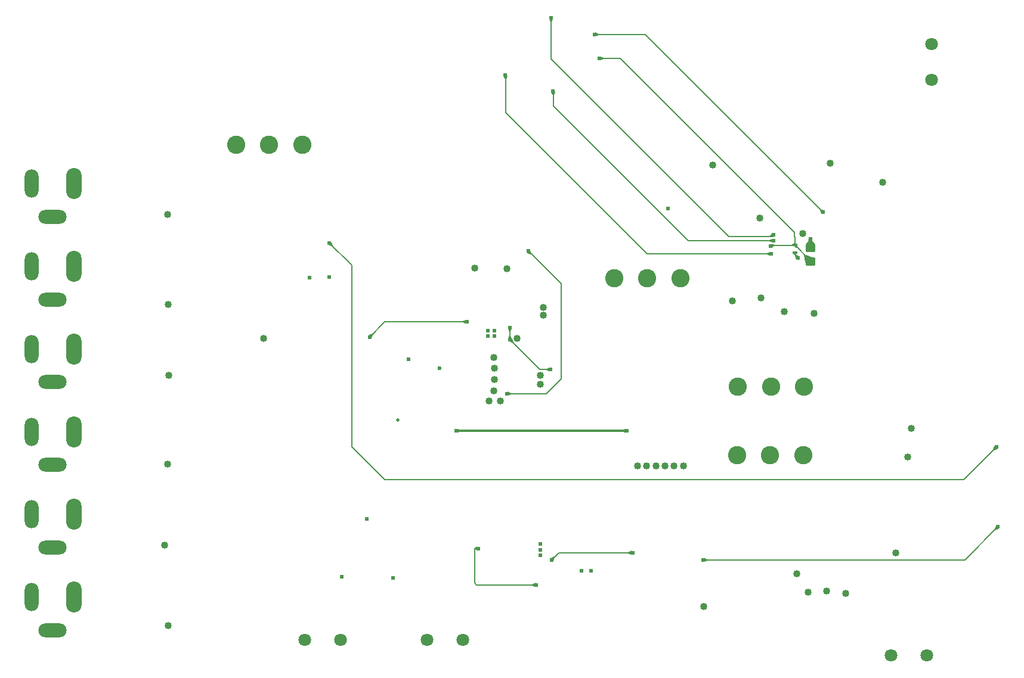
<source format=gbr>
%TF.GenerationSoftware,KiCad,Pcbnew,7.0.6-0*%
%TF.CreationDate,2024-04-24T17:51:10-03:00*%
%TF.ProjectId,Buoy,42756f79-2e6b-4696-9361-645f70636258,rev?*%
%TF.SameCoordinates,Original*%
%TF.FileFunction,Copper,L4,Bot*%
%TF.FilePolarity,Positive*%
%FSLAX46Y46*%
G04 Gerber Fmt 4.6, Leading zero omitted, Abs format (unit mm)*
G04 Created by KiCad (PCBNEW 7.0.6-0) date 2024-04-24 17:51:10*
%MOMM*%
%LPD*%
G01*
G04 APERTURE LIST*
G04 Aperture macros list*
%AMRoundRect*
0 Rectangle with rounded corners*
0 $1 Rounding radius*
0 $2 $3 $4 $5 $6 $7 $8 $9 X,Y pos of 4 corners*
0 Add a 4 corners polygon primitive as box body*
4,1,4,$2,$3,$4,$5,$6,$7,$8,$9,$2,$3,0*
0 Add four circle primitives for the rounded corners*
1,1,$1+$1,$2,$3*
1,1,$1+$1,$4,$5*
1,1,$1+$1,$6,$7*
1,1,$1+$1,$8,$9*
0 Add four rect primitives between the rounded corners*
20,1,$1+$1,$2,$3,$4,$5,0*
20,1,$1+$1,$4,$5,$6,$7,0*
20,1,$1+$1,$6,$7,$8,$9,0*
20,1,$1+$1,$8,$9,$2,$3,0*%
G04 Aperture macros list end*
%TA.AperFunction,ComponentPad*%
%ADD10C,2.600000*%
%TD*%
%TA.AperFunction,ComponentPad*%
%ADD11C,1.803400*%
%TD*%
%TA.AperFunction,ComponentPad*%
%ADD12O,2.200000X4.400000*%
%TD*%
%TA.AperFunction,ComponentPad*%
%ADD13O,2.000000X4.000000*%
%TD*%
%TA.AperFunction,ComponentPad*%
%ADD14O,4.000000X2.000000*%
%TD*%
%TA.AperFunction,SMDPad,CuDef*%
%ADD15RoundRect,0.024500X-0.275500X0.150500X-0.275500X-0.150500X0.275500X-0.150500X0.275500X0.150500X0*%
%TD*%
%TA.AperFunction,SMDPad,CuDef*%
%ADD16RoundRect,0.250000X-0.450000X0.350000X-0.450000X-0.350000X0.450000X-0.350000X0.450000X0.350000X0*%
%TD*%
%TA.AperFunction,ViaPad*%
%ADD17C,1.016000*%
%TD*%
%TA.AperFunction,ViaPad*%
%ADD18C,0.609600*%
%TD*%
%TA.AperFunction,ViaPad*%
%ADD19C,0.600000*%
%TD*%
%TA.AperFunction,ViaPad*%
%ADD20C,0.508000*%
%TD*%
%TA.AperFunction,Conductor*%
%ADD21C,0.152400*%
%TD*%
%TA.AperFunction,Conductor*%
%ADD22C,0.304800*%
%TD*%
%TA.AperFunction,Conductor*%
%ADD23C,0.150000*%
%TD*%
G04 APERTURE END LIST*
D10*
%TO.P,SW4,1,A*%
%TO.N,/Non-Batman*%
X185440000Y-93180000D03*
%TO.P,SW4,2,B*%
%TO.N,/Bat_out*%
X190140000Y-93180000D03*
%TO.P,SW4,3,C*%
%TO.N,/Batman*%
X194840000Y-93180000D03*
%TD*%
%TO.P,SW2,1,A*%
%TO.N,Net-(SW2-A)*%
X177277500Y-77732500D03*
%TO.P,SW2,2,B*%
%TO.N,Net-(J14-Pin_1)*%
X172577500Y-77732500D03*
%TO.P,SW2,3,C*%
%TO.N,PGND*%
X167877500Y-77732500D03*
%TD*%
D11*
%TO.P,J7,1,Pin_1*%
%TO.N,Net-(J7-Pin_1)*%
X124003400Y-129185000D03*
%TO.P,J7,2,Pin_2*%
%TO.N,PGND*%
X129083400Y-129185000D03*
%TD*%
D12*
%TO.P,J5,1*%
%TO.N,/PV_connection*%
X91161750Y-111313500D03*
D13*
%TO.P,J5,2*%
%TO.N,PGND*%
X85161750Y-111313500D03*
D14*
%TO.P,J5,3*%
X88161750Y-116013500D03*
%TD*%
D12*
%TO.P,J2,1*%
%TO.N,/PV_connection*%
X91161750Y-76063500D03*
D13*
%TO.P,J2,2*%
%TO.N,PGND*%
X85161750Y-76063500D03*
D14*
%TO.P,J2,3*%
X88161750Y-80763500D03*
%TD*%
D12*
%TO.P,J1,1*%
%TO.N,/PV_connection*%
X91161750Y-64313500D03*
D13*
%TO.P,J1,2*%
%TO.N,PGND*%
X85161750Y-64313500D03*
D14*
%TO.P,J1,3*%
X88161750Y-69013500D03*
%TD*%
D10*
%TO.P,SW3,1,A*%
%TO.N,/Non-Batman*%
X185330000Y-102860000D03*
%TO.P,SW3,2,B*%
%TO.N,/Bat_in*%
X190030000Y-102860000D03*
%TO.P,SW3,3,C*%
%TO.N,/Batman*%
X194730000Y-102860000D03*
%TD*%
D12*
%TO.P,J3,1*%
%TO.N,/PV_connection*%
X91161750Y-87813500D03*
D13*
%TO.P,J3,2*%
%TO.N,PGND*%
X85161750Y-87813500D03*
D14*
%TO.P,J3,3*%
X88161750Y-92513500D03*
%TD*%
D11*
%TO.P,J14,1,Pin_1*%
%TO.N,Net-(J14-Pin_1)*%
X212955000Y-49516600D03*
%TO.P,J14,2,Pin_2*%
%TO.N,/Bat_in*%
X212955000Y-44436600D03*
%TD*%
D12*
%TO.P,J4,1*%
%TO.N,/PV_connection*%
X91161750Y-99563500D03*
D13*
%TO.P,J4,2*%
%TO.N,PGND*%
X85161750Y-99563500D03*
D14*
%TO.P,J4,3*%
X88161750Y-104263500D03*
%TD*%
D12*
%TO.P,J6,1*%
%TO.N,/PV_connection*%
X91161750Y-123063500D03*
D13*
%TO.P,J6,2*%
%TO.N,PGND*%
X85161750Y-123063500D03*
D14*
%TO.P,J6,3*%
X88161750Y-127763500D03*
%TD*%
D11*
%TO.P,J8,1,Pin_1*%
%TO.N,/Bat_out*%
X207153400Y-131365000D03*
%TO.P,J8,2,Pin_2*%
%TO.N,PGND*%
X212233400Y-131365000D03*
%TD*%
D10*
%TO.P,SW1,1,A*%
%TO.N,unconnected-(SW1-A-Pad1)*%
X114220000Y-58800000D03*
%TO.P,SW1,2,B*%
%TO.N,/V_solar_in*%
X118920000Y-58800000D03*
%TO.P,SW1,3,C*%
%TO.N,/V_solar_out*%
X123620000Y-58800000D03*
%TD*%
D11*
%TO.P,J11,1,Pin_1*%
%TO.N,/3.4V*%
X141322693Y-129185707D03*
%TO.P,J11,2,Pin_2*%
%TO.N,PGND*%
X146402693Y-129185707D03*
%TD*%
D15*
%TO.P,TH1,1*%
%TO.N,Net-(J10-Pin_1)*%
X193517500Y-73050000D03*
%TO.P,TH1,2*%
%TO.N,PGND*%
X193517500Y-74100000D03*
%TD*%
D16*
%TO.P,R3,1*%
%TO.N,Net-(U4-VC1)*%
X195727500Y-73405000D03*
%TO.P,R3,2*%
%TO.N,Net-(J10-Pin_1)*%
X195727500Y-75405000D03*
%TD*%
D17*
%TO.N,PGND*%
X150120000Y-95160000D03*
D18*
X150860000Y-85240000D03*
X157420000Y-115510000D03*
X149980000Y-85230000D03*
D17*
X175106000Y-104410000D03*
D18*
X124667500Y-77660000D03*
D17*
X210100000Y-99050000D03*
X150820000Y-93780000D03*
D19*
X143105000Y-90550000D03*
D17*
X151760000Y-95160000D03*
D18*
X127460000Y-77550000D03*
D17*
X152660000Y-76400000D03*
X104621750Y-91523500D03*
D18*
X149980000Y-85950000D03*
D17*
X200770000Y-122540000D03*
X196290000Y-82750000D03*
D18*
X150860000Y-85950000D03*
D17*
X172502000Y-104410000D03*
D18*
X194017500Y-74875000D03*
D17*
X194630000Y-71360000D03*
X171200000Y-104410000D03*
X118146750Y-86293500D03*
X104581750Y-127093500D03*
X104611750Y-81473500D03*
X195415000Y-122355000D03*
D18*
X157420000Y-117110000D03*
D17*
X209550000Y-103175000D03*
X150890000Y-90550000D03*
X157800000Y-82990000D03*
X198020000Y-122190000D03*
D18*
X132810000Y-111920000D03*
D17*
X207840000Y-116790000D03*
D20*
X137210000Y-97860000D03*
D17*
X157380000Y-92820000D03*
X104461750Y-68713500D03*
X193830000Y-119730000D03*
X104531750Y-104173500D03*
D18*
X138672500Y-89230000D03*
D17*
X104071750Y-115653500D03*
X154095000Y-86297500D03*
X157390000Y-91590000D03*
D18*
X163270000Y-119360000D03*
D17*
X184705000Y-80957500D03*
X198590000Y-61380000D03*
X188720000Y-80580000D03*
X180620000Y-124360000D03*
X176408000Y-104410000D03*
X192060000Y-82460000D03*
X177710000Y-104410000D03*
D18*
X136490000Y-120355000D03*
D17*
X173804000Y-104410000D03*
X188555000Y-69230000D03*
X181900000Y-61640000D03*
D18*
X129220000Y-120192250D03*
X157430000Y-116330000D03*
D17*
X150890000Y-92160000D03*
D18*
X175490000Y-67820000D03*
D17*
X157800000Y-81880000D03*
D18*
X164590000Y-119340000D03*
D17*
X148100000Y-76280000D03*
X150820000Y-89020000D03*
X205980000Y-64160000D03*
D18*
%TO.N,/ADC PV*%
X127470000Y-72750000D03*
X222160000Y-101740000D03*
%TO.N,/Bat_in*%
X169660000Y-99430000D03*
X145430000Y-99430000D03*
%TO.N,Net-(U2-REGN)*%
X155690000Y-73880000D03*
X152655000Y-94135000D03*
%TO.N,/ADC current*%
X222340000Y-113090000D03*
X180494264Y-117777500D03*
%TO.N,/3.4V*%
X148569000Y-116160000D03*
X156820000Y-121330000D03*
%TO.N,Net-(U4-VC1)*%
X195727500Y-72165000D03*
%TO.N,TS*%
X133195000Y-86097500D03*
X146985000Y-83917500D03*
%TO.N,Net-(J10-Pin_5)*%
X190170000Y-74285000D03*
X152450000Y-48890000D03*
%TO.N,Net-(U5-EN)*%
X158990000Y-117800000D03*
X170490000Y-116760000D03*
%TO.N,/PH*%
X153105000Y-84767500D03*
X158850000Y-90707500D03*
X153105000Y-86477500D03*
%TO.N,Net-(J10-Pin_1)*%
X190120000Y-73150000D03*
X165800000Y-46500000D03*
%TO.N,Net-(J10-Pin_2)*%
X197560000Y-68370000D03*
X165080000Y-43080000D03*
%TO.N,Net-(J10-Pin_3)*%
X190490000Y-72420000D03*
X159220000Y-51170000D03*
%TO.N,Net-(J10-Pin_4)*%
X190490000Y-71570000D03*
X158940000Y-40780000D03*
%TD*%
D21*
%TO.N,PGND*%
X193517500Y-74100000D02*
X193517500Y-74375000D01*
X193517500Y-74375000D02*
X194017500Y-74875000D01*
%TO.N,/ADC PV*%
X135300000Y-106410000D02*
X217490000Y-106410000D01*
X127470000Y-72750000D02*
X130620000Y-75900000D01*
X130620000Y-101730000D02*
X135300000Y-106410000D01*
X217490000Y-106410000D02*
X222160000Y-101740000D01*
X130620000Y-75900000D02*
X130620000Y-101730000D01*
D22*
%TO.N,/Bat_in*%
X169660000Y-99430000D02*
X145430000Y-99430000D01*
D21*
%TO.N,Net-(U2-REGN)*%
X152655000Y-94135000D02*
X152710000Y-94190000D01*
X152710000Y-94190000D02*
X158250000Y-94190000D01*
X158250000Y-94190000D02*
X160345000Y-92095000D01*
X160345000Y-92095000D02*
X160345000Y-78535000D01*
X160345000Y-78535000D02*
X155690000Y-73880000D01*
%TO.N,/ADC current*%
X217652500Y-117777500D02*
X180494264Y-117777500D01*
X222340000Y-113090000D02*
X217652500Y-117777500D01*
%TO.N,/3.4V*%
X148080000Y-116160000D02*
X148070000Y-116170000D01*
X148370000Y-121330000D02*
X156820000Y-121330000D01*
X148070000Y-116170000D02*
X148070000Y-121050000D01*
X148070000Y-121050000D02*
X148360000Y-121340000D01*
X148360000Y-121340000D02*
X148370000Y-121330000D01*
X148570000Y-116160000D02*
X148080000Y-116160000D01*
%TO.N,Net-(U4-VC1)*%
X195727500Y-73405000D02*
X195727500Y-72165000D01*
%TO.N,TS*%
X135305000Y-83917500D02*
X133195000Y-86097500D01*
X146985000Y-83917500D02*
X135305000Y-83917500D01*
X133195000Y-86097500D02*
X133235000Y-85987500D01*
%TO.N,Net-(J10-Pin_5)*%
X190170000Y-74285000D02*
X172555000Y-74285000D01*
X152450000Y-48890000D02*
X152460000Y-48880000D01*
X152460000Y-48880000D02*
X152460000Y-48870000D01*
X152460000Y-54190000D02*
X152460000Y-48900000D01*
X172555000Y-74285000D02*
X152460000Y-54190000D01*
X152460000Y-48900000D02*
X152450000Y-48890000D01*
D23*
%TO.N,Net-(U5-EN)*%
X160030000Y-116760000D02*
X158990000Y-117800000D01*
X170490000Y-116760000D02*
X160030000Y-116760000D01*
D21*
%TO.N,/PH*%
X153105000Y-84767500D02*
X153105000Y-86477500D01*
X157335000Y-90707500D02*
X158850000Y-90707500D01*
X153105000Y-86477500D02*
X157335000Y-90707500D01*
%TO.N,Net-(J10-Pin_1)*%
X193510000Y-71810000D02*
X193510000Y-71270000D01*
X190120000Y-73150000D02*
X190215000Y-73055000D01*
X190215000Y-73055000D02*
X193477500Y-73055000D01*
X193517500Y-73050000D02*
X193517500Y-71817500D01*
X193517500Y-73050000D02*
X195727500Y-75260000D01*
X193510000Y-71270000D02*
X168750000Y-46510000D01*
X193517500Y-71817500D02*
X193510000Y-71810000D01*
X165790000Y-46510000D02*
X165730000Y-46510000D01*
X168750000Y-46510000D02*
X165810000Y-46510000D01*
X165810000Y-46510000D02*
X165800000Y-46500000D01*
X165800000Y-46500000D02*
X165790000Y-46510000D01*
X195727500Y-75260000D02*
X195727500Y-75405000D01*
%TO.N,Net-(J10-Pin_2)*%
X165100000Y-43100000D02*
X172290000Y-43100000D01*
X197560000Y-68370000D02*
X172290000Y-43100000D01*
X165060000Y-43060000D02*
X165100000Y-43100000D01*
%TO.N,Net-(J10-Pin_3)*%
X178365000Y-72435000D02*
X159240000Y-53310000D01*
X159240000Y-53310000D02*
X159240000Y-51130000D01*
X190617500Y-72435000D02*
X178365000Y-72435000D01*
%TO.N,Net-(J10-Pin_4)*%
X190245000Y-71815000D02*
X184195000Y-71815000D01*
X184195000Y-71815000D02*
X158940000Y-46560000D01*
X190490000Y-71570000D02*
X190245000Y-71815000D01*
X158940000Y-46560000D02*
X158940000Y-40780000D01*
%TD*%
%TA.AperFunction,Conductor*%
%TO.N,/3.4V*%
G36*
X148456837Y-115889285D02*
G01*
X148457359Y-115890373D01*
X148567827Y-116154794D01*
X148567854Y-116163749D01*
X148567835Y-116163795D01*
X148457802Y-116428500D01*
X148451462Y-116434824D01*
X148442507Y-116434813D01*
X148440534Y-116433761D01*
X148124859Y-116224529D01*
X148123050Y-116223050D01*
X148027180Y-116127180D01*
X148023753Y-116118907D01*
X148027180Y-116110634D01*
X148029850Y-116108636D01*
X148440968Y-115884608D01*
X148449869Y-115883660D01*
X148456837Y-115889285D01*
G37*
%TD.AperFunction*%
%TD*%
%TA.AperFunction,Conductor*%
%TO.N,Net-(J10-Pin_5)*%
G36*
X152720983Y-49002207D02*
G01*
X152727296Y-49008558D01*
X152727344Y-49017329D01*
X152539135Y-49490237D01*
X152532892Y-49496657D01*
X152528264Y-49497611D01*
X152391443Y-49497611D01*
X152383170Y-49494184D01*
X152380729Y-49490612D01*
X152173185Y-49017546D01*
X152173000Y-49008595D01*
X152179199Y-49002133D01*
X152179338Y-49002072D01*
X152445490Y-48890883D01*
X152454445Y-48890857D01*
X152720983Y-49002207D01*
G37*
%TD.AperFunction*%
%TD*%
%TA.AperFunction,Conductor*%
%TO.N,/ADC current*%
G36*
X180621694Y-117500396D02*
G01*
X181096664Y-117698300D01*
X181102983Y-117704645D01*
X181103864Y-117709100D01*
X181103864Y-117845899D01*
X181100437Y-117854172D01*
X181096664Y-117856699D01*
X180621696Y-118054602D01*
X180612741Y-118054621D01*
X180606400Y-118048312D01*
X180495148Y-117782010D01*
X180495121Y-117773055D01*
X180495148Y-117772990D01*
X180606400Y-117506687D01*
X180612751Y-117500374D01*
X180621694Y-117500396D01*
G37*
%TD.AperFunction*%
%TD*%
%TA.AperFunction,Conductor*%
%TO.N,Net-(J10-Pin_2)*%
G36*
X197190038Y-67888035D02*
G01*
X197665833Y-68083951D01*
X197672178Y-68090270D01*
X197672201Y-68099215D01*
X197562563Y-68366185D01*
X197556250Y-68372536D01*
X197556185Y-68372563D01*
X197289215Y-68482201D01*
X197280260Y-68482174D01*
X197273951Y-68475833D01*
X197228802Y-68366185D01*
X197078036Y-68000040D01*
X197078055Y-67991087D01*
X197080579Y-67987317D01*
X197177315Y-67890581D01*
X197185587Y-67887155D01*
X197190038Y-67888035D01*
G37*
%TD.AperFunction*%
%TD*%
%TA.AperFunction,Conductor*%
%TO.N,/Bat_in*%
G36*
X169542388Y-99152199D02*
G01*
X169547279Y-99157789D01*
X169659115Y-99425490D01*
X169659142Y-99434445D01*
X169659115Y-99434510D01*
X169547279Y-99702210D01*
X169540928Y-99708523D01*
X169533517Y-99709018D01*
X169059134Y-99584689D01*
X169052000Y-99579276D01*
X169050400Y-99573371D01*
X169050400Y-99286628D01*
X169053827Y-99278355D01*
X169059131Y-99275311D01*
X169533517Y-99150981D01*
X169542388Y-99152199D01*
G37*
%TD.AperFunction*%
%TD*%
%TA.AperFunction,Conductor*%
%TO.N,/ADC PV*%
G36*
X127749739Y-72637825D02*
G01*
X127756048Y-72644166D01*
X127951963Y-73119957D01*
X127951944Y-73128912D01*
X127949417Y-73132685D01*
X127852685Y-73229417D01*
X127844412Y-73232844D01*
X127839957Y-73231963D01*
X127364166Y-73036048D01*
X127357821Y-73029729D01*
X127357798Y-73020786D01*
X127467436Y-72753813D01*
X127473749Y-72747463D01*
X127740786Y-72637798D01*
X127749739Y-72637825D01*
G37*
%TD.AperFunction*%
%TD*%
%TA.AperFunction,Conductor*%
%TO.N,Net-(J10-Pin_1)*%
G36*
X190701657Y-72976693D02*
G01*
X190708937Y-72981907D01*
X190710703Y-72988088D01*
X190710703Y-73124762D01*
X190707276Y-73133035D01*
X190705265Y-73134645D01*
X190248354Y-73424176D01*
X190239532Y-73425709D01*
X190232209Y-73420555D01*
X190231299Y-73418809D01*
X190120883Y-73154509D01*
X190120857Y-73145555D01*
X190120884Y-73145490D01*
X190126854Y-73131200D01*
X190232828Y-72877530D01*
X190239179Y-72871218D01*
X190246278Y-72870646D01*
X190701657Y-72976693D01*
G37*
%TD.AperFunction*%
%TD*%
%TA.AperFunction,Conductor*%
%TO.N,Net-(J10-Pin_4)*%
G36*
X158944510Y-40780884D02*
G01*
X159210812Y-40892136D01*
X159217125Y-40898487D01*
X159217102Y-40907432D01*
X159019200Y-41382400D01*
X159012855Y-41388719D01*
X159008400Y-41389600D01*
X158871600Y-41389600D01*
X158863327Y-41386173D01*
X158860800Y-41382400D01*
X158662896Y-40907430D01*
X158662878Y-40898477D01*
X158669186Y-40892136D01*
X158935490Y-40780883D01*
X158944445Y-40780857D01*
X158944510Y-40780884D01*
G37*
%TD.AperFunction*%
%TD*%
%TA.AperFunction,Conductor*%
%TO.N,Net-(U5-EN)*%
G36*
X159369771Y-117318900D02*
G01*
X159373522Y-117321418D01*
X159468581Y-117416477D01*
X159472008Y-117424750D01*
X159471136Y-117429182D01*
X159276035Y-117905801D01*
X159269729Y-117912160D01*
X159260775Y-117912197D01*
X159260762Y-117912192D01*
X158993814Y-117802563D01*
X158987463Y-117796250D01*
X158987436Y-117796185D01*
X158977667Y-117772397D01*
X158877807Y-117529235D01*
X158877834Y-117520282D01*
X158884183Y-117513970D01*
X159360817Y-117318863D01*
X159369771Y-117318900D01*
G37*
%TD.AperFunction*%
%TD*%
%TA.AperFunction,Conductor*%
%TO.N,Net-(J10-Pin_1)*%
G36*
X193236590Y-72881409D02*
G01*
X193501816Y-73040022D01*
X193507157Y-73047208D01*
X193505851Y-73056067D01*
X193501871Y-73060070D01*
X193238057Y-73219844D01*
X193229205Y-73221198D01*
X193226906Y-73220370D01*
X193131449Y-73174211D01*
X193049106Y-73134394D01*
X193043149Y-73127708D01*
X193042500Y-73123866D01*
X193042500Y-72985810D01*
X193045927Y-72977537D01*
X193048678Y-72975494D01*
X193225070Y-72881133D01*
X193233979Y-72880254D01*
X193236590Y-72881409D01*
G37*
%TD.AperFunction*%
%TD*%
%TA.AperFunction,Conductor*%
%TO.N,Net-(U4-VC1)*%
G36*
X195806347Y-72208427D02*
G01*
X195807213Y-72209395D01*
X196320645Y-72851755D01*
X196323134Y-72860357D01*
X196319378Y-72867716D01*
X195735372Y-73398840D01*
X195726946Y-73401871D01*
X195719628Y-73398840D01*
X195135621Y-72867716D01*
X195131806Y-72859614D01*
X195134353Y-72851756D01*
X195647787Y-72209394D01*
X195655629Y-72205072D01*
X195656926Y-72205000D01*
X195798074Y-72205000D01*
X195806347Y-72208427D01*
G37*
%TD.AperFunction*%
%TD*%
%TA.AperFunction,Conductor*%
%TO.N,Net-(J10-Pin_4)*%
G36*
X190282776Y-71362882D02*
G01*
X190283940Y-71363897D01*
X190482696Y-71561735D01*
X190487537Y-71566553D01*
X190490983Y-71574818D01*
X190490983Y-71574883D01*
X190490037Y-71863508D01*
X190486583Y-71871770D01*
X190478714Y-71875164D01*
X189993959Y-71890810D01*
X189985580Y-71887652D01*
X189981888Y-71879493D01*
X189981882Y-71879116D01*
X189981882Y-71742746D01*
X189984273Y-71735659D01*
X190266382Y-71365102D01*
X190274118Y-71360597D01*
X190282776Y-71362882D01*
G37*
%TD.AperFunction*%
%TD*%
%TA.AperFunction,Conductor*%
%TO.N,/ADC current*%
G36*
X222311156Y-113077157D02*
G01*
X222336185Y-113087436D01*
X222342536Y-113093749D01*
X222342563Y-113093814D01*
X222452201Y-113360784D01*
X222452174Y-113369739D01*
X222445833Y-113376048D01*
X221970042Y-113571963D01*
X221961087Y-113571944D01*
X221957314Y-113569417D01*
X221860582Y-113472685D01*
X221857155Y-113464412D01*
X221858035Y-113459961D01*
X222053952Y-112984164D01*
X222060270Y-112977821D01*
X222069213Y-112977798D01*
X222311156Y-113077157D01*
G37*
%TD.AperFunction*%
%TD*%
%TA.AperFunction,Conductor*%
%TO.N,PGND*%
G36*
X193525695Y-74106885D02*
G01*
X193525714Y-74106900D01*
X193713237Y-74266811D01*
X193717308Y-74274787D01*
X193714548Y-74283306D01*
X193713949Y-74283957D01*
X193624414Y-74374152D01*
X193526397Y-74472168D01*
X193518124Y-74475595D01*
X193509851Y-74472168D01*
X193508618Y-74470716D01*
X193429213Y-74360047D01*
X193373509Y-74282410D01*
X193371471Y-74273691D01*
X193374083Y-74268035D01*
X193375119Y-74266811D01*
X193509206Y-74108263D01*
X193517165Y-74104159D01*
X193525695Y-74106885D01*
G37*
%TD.AperFunction*%
%TD*%
%TA.AperFunction,Conductor*%
%TO.N,Net-(J10-Pin_5)*%
G36*
X190057863Y-74014187D02*
G01*
X190169115Y-74280490D01*
X190169142Y-74289445D01*
X190169115Y-74289510D01*
X190057863Y-74555812D01*
X190051512Y-74562125D01*
X190042567Y-74562102D01*
X189954269Y-74525311D01*
X189567600Y-74364199D01*
X189561281Y-74357854D01*
X189560400Y-74353399D01*
X189560400Y-74216600D01*
X189563827Y-74208327D01*
X189567600Y-74205800D01*
X190042569Y-74007896D01*
X190051522Y-74007878D01*
X190057863Y-74014187D01*
G37*
%TD.AperFunction*%
%TD*%
%TA.AperFunction,Conductor*%
%TO.N,Net-(J10-Pin_1)*%
G36*
X165927357Y-46223104D02*
G01*
X165927475Y-46223154D01*
X166400612Y-46430729D01*
X166406811Y-46437191D01*
X166407611Y-46441443D01*
X166407611Y-46578263D01*
X166404184Y-46586536D01*
X166400237Y-46589134D01*
X165927329Y-46777344D01*
X165918375Y-46777219D01*
X165912207Y-46770983D01*
X165800884Y-46504509D01*
X165800857Y-46495554D01*
X165912052Y-46229388D01*
X165918402Y-46223077D01*
X165927357Y-46223104D01*
G37*
%TD.AperFunction*%
%TD*%
%TA.AperFunction,Conductor*%
%TO.N,Net-(J10-Pin_3)*%
G36*
X190377865Y-72149203D02*
G01*
X190377991Y-72149493D01*
X190489115Y-72415489D01*
X190489142Y-72424444D01*
X190489115Y-72424509D01*
X190377756Y-72691069D01*
X190371405Y-72697382D01*
X190362722Y-72697465D01*
X189890846Y-72514099D01*
X189884376Y-72507908D01*
X189883384Y-72503193D01*
X189883384Y-72366366D01*
X189886811Y-72358093D01*
X189890282Y-72355696D01*
X190362395Y-72143332D01*
X190371346Y-72143064D01*
X190377865Y-72149203D01*
G37*
%TD.AperFunction*%
%TD*%
%TA.AperFunction,Conductor*%
%TO.N,/PH*%
G36*
X153384739Y-86365325D02*
G01*
X153391048Y-86371666D01*
X153586963Y-86847457D01*
X153586944Y-86856412D01*
X153584417Y-86860185D01*
X153487685Y-86956917D01*
X153479412Y-86960344D01*
X153474957Y-86959463D01*
X152999166Y-86763548D01*
X152992821Y-86757229D01*
X152992798Y-86748286D01*
X153102436Y-86481313D01*
X153108749Y-86474963D01*
X153375786Y-86365298D01*
X153384739Y-86365325D01*
G37*
%TD.AperFunction*%
%TD*%
%TA.AperFunction,Conductor*%
%TO.N,Net-(U4-VC1)*%
G36*
X195732010Y-72165884D02*
G01*
X195998312Y-72277136D01*
X196004625Y-72283487D01*
X196004602Y-72292432D01*
X195806700Y-72767400D01*
X195800355Y-72773719D01*
X195795900Y-72774600D01*
X195659100Y-72774600D01*
X195650827Y-72771173D01*
X195648300Y-72767400D01*
X195450396Y-72292430D01*
X195450378Y-72283477D01*
X195456686Y-72277136D01*
X195722990Y-72165883D01*
X195731945Y-72165857D01*
X195732010Y-72165884D01*
G37*
%TD.AperFunction*%
%TD*%
%TA.AperFunction,Conductor*%
%TO.N,/PH*%
G36*
X153109510Y-84768384D02*
G01*
X153375812Y-84879636D01*
X153382125Y-84885987D01*
X153382102Y-84894932D01*
X153184200Y-85369900D01*
X153177855Y-85376219D01*
X153173400Y-85377100D01*
X153036600Y-85377100D01*
X153028327Y-85373673D01*
X153025800Y-85369900D01*
X152827896Y-84894930D01*
X152827878Y-84885977D01*
X152834186Y-84879636D01*
X153100490Y-84768383D01*
X153109445Y-84768357D01*
X153109510Y-84768384D01*
G37*
%TD.AperFunction*%
%TD*%
%TA.AperFunction,Conductor*%
%TO.N,Net-(U5-EN)*%
G36*
X170377868Y-116489198D02*
G01*
X170377873Y-116489210D01*
X170489115Y-116755489D01*
X170489142Y-116764444D01*
X170489115Y-116764509D01*
X170377873Y-117030789D01*
X170371522Y-117037102D01*
X170362567Y-117037075D01*
X170362555Y-117037070D01*
X169887578Y-116838008D01*
X169881272Y-116831649D01*
X169880400Y-116827217D01*
X169880400Y-116692782D01*
X169883827Y-116684509D01*
X169887575Y-116681992D01*
X170362556Y-116482928D01*
X170371509Y-116482892D01*
X170377868Y-116489198D01*
G37*
%TD.AperFunction*%
%TD*%
%TA.AperFunction,Conductor*%
%TO.N,/3.4V*%
G36*
X156707863Y-121059187D02*
G01*
X156819115Y-121325490D01*
X156819142Y-121334445D01*
X156819115Y-121334510D01*
X156707863Y-121600812D01*
X156701512Y-121607125D01*
X156692567Y-121607102D01*
X156604269Y-121570311D01*
X156217600Y-121409199D01*
X156211281Y-121402854D01*
X156210400Y-121398399D01*
X156210400Y-121261600D01*
X156213827Y-121253327D01*
X156217600Y-121250800D01*
X156692569Y-121052896D01*
X156701522Y-121052878D01*
X156707863Y-121059187D01*
G37*
%TD.AperFunction*%
%TD*%
%TA.AperFunction,Conductor*%
%TO.N,Net-(J10-Pin_1)*%
G36*
X193810209Y-73101221D02*
G01*
X193817757Y-73106037D01*
X193819454Y-73109654D01*
X193868331Y-73288306D01*
X193867209Y-73297191D01*
X193865319Y-73299667D01*
X193768623Y-73396363D01*
X193760350Y-73399790D01*
X193754636Y-73398300D01*
X193454043Y-73230054D01*
X193448497Y-73223023D01*
X193448925Y-73215421D01*
X193513222Y-73058032D01*
X193519522Y-73051672D01*
X193526089Y-73050938D01*
X193810209Y-73101221D01*
G37*
%TD.AperFunction*%
%TD*%
%TA.AperFunction,Conductor*%
%TO.N,Net-(J10-Pin_1)*%
G36*
X194910248Y-74330852D02*
G01*
X195140973Y-74430937D01*
X195992342Y-74800249D01*
X195998567Y-74806685D01*
X195998419Y-74815638D01*
X195998323Y-74815853D01*
X195730845Y-75399945D01*
X195724284Y-75406041D01*
X195721939Y-75406645D01*
X195038350Y-75508969D01*
X195029661Y-75506805D01*
X195025182Y-75499870D01*
X194796531Y-74441681D01*
X194798134Y-74432871D01*
X194799690Y-74430942D01*
X194897320Y-74333312D01*
X194905592Y-74329886D01*
X194910248Y-74330852D01*
G37*
%TD.AperFunction*%
%TD*%
%TA.AperFunction,Conductor*%
%TO.N,/PH*%
G36*
X153181673Y-85871327D02*
G01*
X153184200Y-85875100D01*
X153382102Y-86350067D01*
X153382121Y-86359022D01*
X153375812Y-86365363D01*
X153109510Y-86476615D01*
X153100555Y-86476642D01*
X153100490Y-86476615D01*
X152834187Y-86365363D01*
X152827874Y-86359012D01*
X152827896Y-86350069D01*
X153025800Y-85875099D01*
X153032145Y-85868781D01*
X153036600Y-85867900D01*
X153173400Y-85867900D01*
X153181673Y-85871327D01*
G37*
%TD.AperFunction*%
%TD*%
%TA.AperFunction,Conductor*%
%TO.N,Net-(J10-Pin_1)*%
G36*
X193595143Y-72703427D02*
G01*
X193597058Y-72705948D01*
X193688142Y-72867282D01*
X193689226Y-72876171D01*
X193686251Y-72881284D01*
X193525797Y-73042655D01*
X193517533Y-73046105D01*
X193509250Y-73042702D01*
X193509203Y-73042655D01*
X193348748Y-72881284D01*
X193345345Y-72873001D01*
X193346857Y-72867282D01*
X193437942Y-72705948D01*
X193444993Y-72700428D01*
X193448130Y-72700000D01*
X193586870Y-72700000D01*
X193595143Y-72703427D01*
G37*
%TD.AperFunction*%
%TD*%
%TA.AperFunction,Conductor*%
%TO.N,TS*%
G36*
X146872863Y-83646687D02*
G01*
X146984115Y-83912990D01*
X146984142Y-83921945D01*
X146984115Y-83922010D01*
X146872863Y-84188312D01*
X146866512Y-84194625D01*
X146857567Y-84194602D01*
X146769269Y-84157811D01*
X146382600Y-83996699D01*
X146376281Y-83990354D01*
X146375400Y-83985899D01*
X146375400Y-83849100D01*
X146378827Y-83840827D01*
X146382600Y-83838300D01*
X146857569Y-83640396D01*
X146866522Y-83640378D01*
X146872863Y-83646687D01*
G37*
%TD.AperFunction*%
%TD*%
%TA.AperFunction,Conductor*%
%TO.N,PGND*%
G36*
X193647538Y-74393035D02*
G01*
X194123333Y-74588951D01*
X194129678Y-74595270D01*
X194129701Y-74604215D01*
X194020063Y-74871185D01*
X194013750Y-74877536D01*
X194013685Y-74877563D01*
X193746715Y-74987201D01*
X193737760Y-74987174D01*
X193731451Y-74980833D01*
X193686302Y-74871185D01*
X193535536Y-74505040D01*
X193535555Y-74496087D01*
X193538079Y-74492317D01*
X193634815Y-74395581D01*
X193643087Y-74392155D01*
X193647538Y-74393035D01*
G37*
%TD.AperFunction*%
%TD*%
%TA.AperFunction,Conductor*%
%TO.N,Net-(U2-REGN)*%
G36*
X155969739Y-73767825D02*
G01*
X155976048Y-73774166D01*
X156171963Y-74249957D01*
X156171944Y-74258912D01*
X156169417Y-74262685D01*
X156072685Y-74359417D01*
X156064412Y-74362844D01*
X156059957Y-74361963D01*
X155584166Y-74166048D01*
X155577821Y-74159729D01*
X155577798Y-74150786D01*
X155687436Y-73883813D01*
X155693749Y-73877463D01*
X155960786Y-73767798D01*
X155969739Y-73767825D01*
G37*
%TD.AperFunction*%
%TD*%
%TA.AperFunction,Conductor*%
%TO.N,/PH*%
G36*
X158737863Y-90436687D02*
G01*
X158849115Y-90702990D01*
X158849142Y-90711945D01*
X158849115Y-90712010D01*
X158737863Y-90978312D01*
X158731512Y-90984625D01*
X158722567Y-90984602D01*
X158634269Y-90947811D01*
X158247600Y-90786699D01*
X158241281Y-90780354D01*
X158240400Y-90775899D01*
X158240400Y-90639100D01*
X158243827Y-90630827D01*
X158247600Y-90628300D01*
X158722569Y-90430396D01*
X158731522Y-90430378D01*
X158737863Y-90436687D01*
G37*
%TD.AperFunction*%
%TD*%
%TA.AperFunction,Conductor*%
%TO.N,Net-(U2-REGN)*%
G36*
X152781964Y-93859044D02*
G01*
X152783015Y-93859546D01*
X153247521Y-94110484D01*
X153253171Y-94117430D01*
X153253660Y-94120777D01*
X153253660Y-94257594D01*
X153250233Y-94265867D01*
X153245445Y-94268763D01*
X152781815Y-94413423D01*
X152772897Y-94412616D01*
X152767534Y-94406764D01*
X152655884Y-94139510D01*
X152655857Y-94130555D01*
X152655884Y-94130490D01*
X152661340Y-94117430D01*
X152766659Y-93865328D01*
X152773009Y-93859017D01*
X152781964Y-93859044D01*
G37*
%TD.AperFunction*%
%TD*%
%TA.AperFunction,Conductor*%
%TO.N,Net-(J10-Pin_2)*%
G36*
X165207271Y-42803309D02*
G01*
X165207641Y-42803472D01*
X165678820Y-43020665D01*
X165684899Y-43027239D01*
X165685622Y-43031289D01*
X165685622Y-43168123D01*
X165682195Y-43176396D01*
X165678070Y-43179063D01*
X165207223Y-43357585D01*
X165198272Y-43357314D01*
X165192279Y-43351155D01*
X165080884Y-43084510D01*
X165080857Y-43075555D01*
X165080884Y-43075490D01*
X165099350Y-43031289D01*
X165191966Y-42809593D01*
X165198316Y-42803282D01*
X165207271Y-42803309D01*
G37*
%TD.AperFunction*%
%TD*%
%TA.AperFunction,Conductor*%
%TO.N,/ADC PV*%
G36*
X222131156Y-101727157D02*
G01*
X222156185Y-101737436D01*
X222162536Y-101743749D01*
X222162563Y-101743814D01*
X222272201Y-102010784D01*
X222272174Y-102019739D01*
X222265833Y-102026048D01*
X221790042Y-102221963D01*
X221781087Y-102221944D01*
X221777314Y-102219417D01*
X221680582Y-102122685D01*
X221677155Y-102114412D01*
X221678035Y-102109961D01*
X221873952Y-101634164D01*
X221880270Y-101627821D01*
X221889213Y-101627798D01*
X222131156Y-101727157D01*
G37*
%TD.AperFunction*%
%TD*%
%TA.AperFunction,Conductor*%
%TO.N,/Bat_in*%
G36*
X146030867Y-99275311D02*
G01*
X146038000Y-99280723D01*
X146039600Y-99286628D01*
X146039600Y-99573371D01*
X146036173Y-99581644D01*
X146030866Y-99584689D01*
X145556482Y-99709018D01*
X145547611Y-99707800D01*
X145542720Y-99702210D01*
X145493624Y-99584689D01*
X145430883Y-99434509D01*
X145430857Y-99425555D01*
X145430884Y-99425490D01*
X145491363Y-99280723D01*
X145542720Y-99157788D01*
X145549071Y-99151476D01*
X145556482Y-99150981D01*
X146030867Y-99275311D01*
G37*
%TD.AperFunction*%
%TD*%
%TA.AperFunction,Conductor*%
%TO.N,TS*%
G36*
X133569151Y-85612578D02*
G01*
X133667456Y-85707727D01*
X133671017Y-85715943D01*
X133670211Y-85720405D01*
X133480938Y-86203074D01*
X133474728Y-86209525D01*
X133465775Y-86209695D01*
X133465602Y-86209626D01*
X133198827Y-86100075D01*
X133192475Y-86093762D01*
X133192448Y-86093697D01*
X133082729Y-85826544D01*
X133082756Y-85817592D01*
X133088927Y-85811354D01*
X133556391Y-85610236D01*
X133565344Y-85610116D01*
X133569151Y-85612578D01*
G37*
%TD.AperFunction*%
%TD*%
%TA.AperFunction,Conductor*%
%TO.N,Net-(J10-Pin_3)*%
G36*
X159491155Y-51282279D02*
G01*
X159497468Y-51288630D01*
X159497585Y-51297223D01*
X159319063Y-51768070D01*
X159312926Y-51774591D01*
X159308123Y-51775622D01*
X159171290Y-51775622D01*
X159163017Y-51772195D01*
X159160665Y-51768820D01*
X158943480Y-51297659D01*
X158943128Y-51288711D01*
X158949207Y-51282136D01*
X158949553Y-51281983D01*
X159215490Y-51170883D01*
X159224445Y-51170857D01*
X159491155Y-51282279D01*
G37*
%TD.AperFunction*%
%TD*%
M02*

</source>
